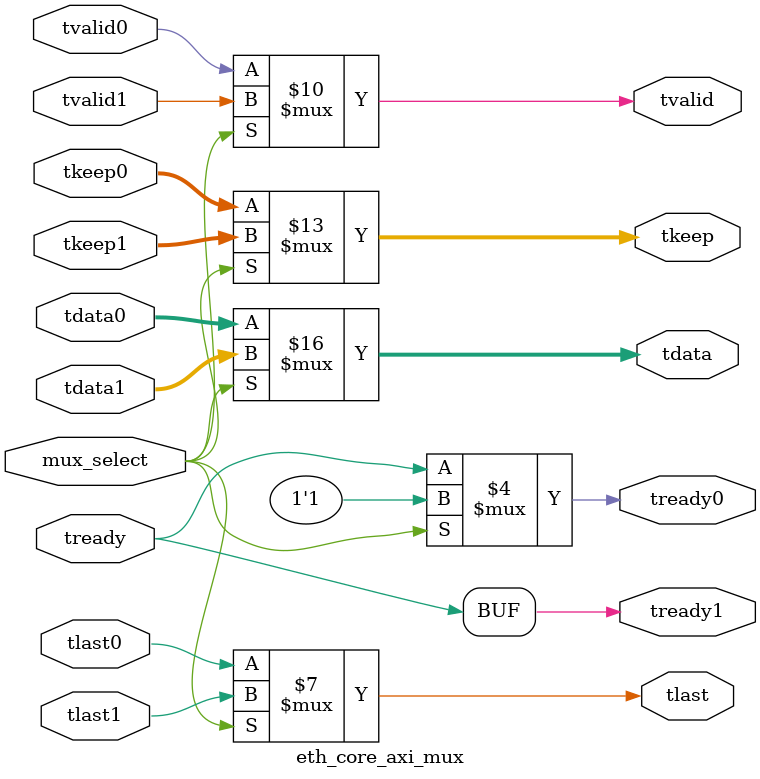
<source format=v>

`timescale 1 ps/1 ps

module eth_core_axi_mux (
   input                   mux_select,

   // mux inputs
   input       [63:0]      tdata0,
   input       [7:0]       tkeep0,
   input                   tvalid0,
   input                   tlast0,
   output reg              tready0,

   input       [63:0]      tdata1,
   input       [7:0]       tkeep1,
   input                   tvalid1,
   input                   tlast1,
   output reg              tready1,

   // mux outputs
   output reg  [63:0]      tdata,
   output reg  [7:0]       tkeep,
   output reg              tvalid,
   output reg              tlast,
   input                   tready
);

always @(mux_select or tdata0 or tvalid0 or tlast0 or tdata1 or tkeep0 or tkeep1 or
         tvalid1 or tlast1)
begin
   if (mux_select) begin
      tdata    = tdata1;
      tkeep    = tkeep1;
      tvalid   = tvalid1;
      tlast    = tlast1;
   end
   else begin
      tdata    = tdata0;
      tkeep    = tkeep0;
      tvalid   = tvalid0;
      tlast    = tlast0;
   end
end

always @(mux_select or tready)
begin
   if (mux_select) begin
      tready0  = 1'b1;
   end
   else begin
      tready0  = tready;
   end
   tready1     = tready;
end

endmodule

</source>
